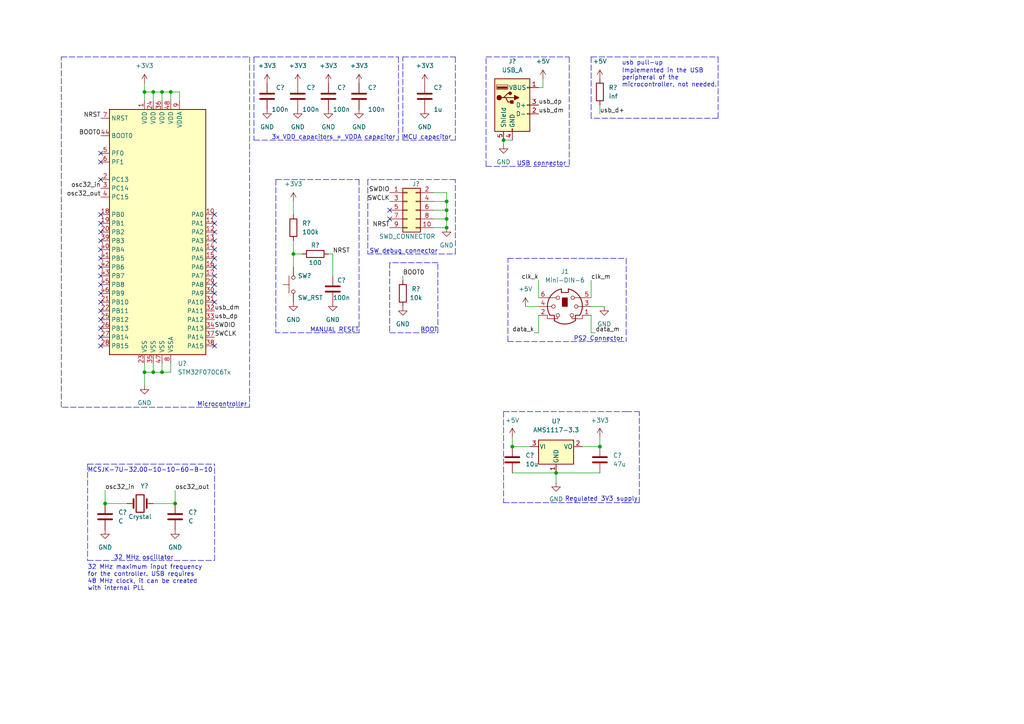
<source format=kicad_sch>
(kicad_sch (version 20211123) (generator eeschema)
  (paper "A4")
  (lib_symbols
    (symbol "Connector:Mini-DIN-6" (pin_names (offset 1.016))
      (property "Reference" "J" (at 0 6.35 0))
      (property "Value" "Mini-DIN-6" (at 0 -6.35 0))
      (symbol "Mini-DIN-6_0_1"
        (circle (center -3.302 0) (radius 0.508))
        (arc (start -3.048 -4.064) (mid 0 -5.08) (end 3.048 -4.064) (stroke (width 0.254)))
        (circle (center -2.032 -2.54) (radius 0.508))
        (circle (center -2.032 2.54) (radius 0.508))
        (arc (start -1.016 5.08) (mid -4.6228 2.1214) (end -4.318 -2.54) (stroke (width 0.254)))
        (rectangle (start -0.762 2.54) (end 0.762 0) (fill (type outline)))
        (polyline (pts (xy -3.81 0) (xy -5.08 0)))
        (polyline (pts (xy -2.54 2.54) (xy -5.08 2.54)))
        (polyline (pts (xy 2.794 2.54) (xy 5.08 2.54)))
        (polyline (pts (xy 5.08 0) (xy 3.81 0)))
        (polyline (pts (xy -4.318 -2.54) (xy -3.048 -2.54) (xy -3.048 -4.064)) (stroke (width 0.254)))
        (polyline (pts (xy 4.318 -2.54) (xy 3.048 -2.54) (xy 3.048 -4.064)) (stroke (width 0.254)))
        (polyline (pts (xy -2.032 -3.048) (xy -2.032 -3.556) (xy -5.08 -3.556) (xy -5.08 -2.54)))
        (polyline (pts (xy -1.016 5.08) (xy -1.016 4.064) (xy 1.016 4.064) (xy 1.016 5.08)) (stroke (width 0.254)))
        (polyline (pts (xy 2.032 -3.048) (xy 2.032 -3.556) (xy 5.08 -3.556) (xy 5.08 -2.54)))
        (circle (center 2.032 -2.54) (radius 0.508))
        (circle (center 2.286 2.54) (radius 0.508))
        (circle (center 3.302 0) (radius 0.508))
        (arc (start 4.318 -2.54) (mid 4.6661 2.1322) (end 1.016 5.08) (stroke (width 0.254)))
      )
      (symbol "Mini-DIN-6_1_1"
        (pin passive line (at 7.62 -2.54 180) (length 2.54) (name "~") (number "1"))
        (pin passive line (at -7.62 -2.54 0) (length 2.54) (name "~") (number "2"))
        (pin passive line (at 7.62 0 180) (length 2.54) (name "~") (number "3"))
        (pin passive line (at -7.62 0 0) (length 2.54) (name "~") (number "4"))
        (pin passive line (at 7.62 2.54 180) (length 2.54) (name "~") (number "5"))
        (pin passive line (at -7.62 2.54 0) (length 2.54) (name "~") (number "6"))
      )
    )
    (symbol "Connector:USB_A" (pin_names (offset 1.016))
      (property "Reference" "J" (at -5.08 11.43 0))
      (property "Value" "USB_A" (at -5.08 8.89 0))
      (symbol "USB_A_0_1"
        (rectangle (start -5.08 -7.62) (end 5.08 7.62) (stroke (width 0.254)) (fill (type background)))
        (circle (center -3.81 2.159) (radius 0.635) (stroke (width 0.254)) (fill (type outline)))
        (rectangle (start -1.524 4.826) (end -4.318 5.334) (fill (type outline)))
        (rectangle (start -1.27 4.572) (end -4.572 5.842))
        (circle (center -0.635 3.429) (radius 0.381) (stroke (width 0.254)) (fill (type outline)))
        (rectangle (start -0.127 -7.62) (end 0.127 -6.858))
        (polyline (pts (xy -3.175 2.159) (xy -2.54 2.159) (xy -1.27 3.429) (xy -0.635 3.429)) (stroke (width 0.254)))
        (polyline (pts (xy -2.54 2.159) (xy -1.905 2.159) (xy -1.27 0.889) (xy 0 0.889)) (stroke (width 0.254)))
        (polyline (pts (xy 0.635 2.794) (xy 0.635 1.524) (xy 1.905 2.159) (xy 0.635 2.794)) (stroke (width 0.254)) (fill (type outline)))
        (rectangle (start 0.254 1.27) (end -0.508 0.508) (stroke (width 0.254)) (fill (type outline)))
        (rectangle (start 5.08 -2.667) (end 4.318 -2.413))
        (rectangle (start 5.08 -0.127) (end 4.318 0.127))
        (rectangle (start 5.08 4.953) (end 4.318 5.207))
      )
      (symbol "USB_A_1_1"
        (polyline (pts (xy -1.905 2.159) (xy 0.635 2.159)) (stroke (width 0.254)))
        (pin power_in line (at 7.62 5.08 180) (length 2.54) (name "VBUS") (number "1"))
        (pin bidirectional line (at 7.62 -2.54 180) (length 2.54) (name "D-") (number "2"))
        (pin bidirectional line (at 7.62 0 180) (length 2.54) (name "D+") (number "3"))
        (pin power_in line (at 0 -10.16 90) (length 2.54) (name "GND") (number "4"))
        (pin passive line (at -2.54 -10.16 90) (length 2.54) (name "Shield") (number "5"))
      )
    )
    (symbol "Connector_Generic:Conn_02x05_Odd_Even" (pin_names (offset 1.016) hide)
      (property "Reference" "J" (at 1.27 7.62 0))
      (property "Value" "Conn_02x05_Odd_Even" (at 1.27 -7.62 0))
      (symbol "Conn_02x05_Odd_Even_1_1"
        (rectangle (start -1.27 -4.953) (end 0 -5.207) (stroke (width 0.1524)))
        (rectangle (start -1.27 -2.413) (end 0 -2.667) (stroke (width 0.1524)))
        (rectangle (start -1.27 0.127) (end 0 -0.127) (stroke (width 0.1524)))
        (rectangle (start -1.27 2.667) (end 0 2.413) (stroke (width 0.1524)))
        (rectangle (start -1.27 5.207) (end 0 4.953) (stroke (width 0.1524)))
        (rectangle (start -1.27 6.35) (end 3.81 -6.35) (stroke (width 0.254)) (fill (type background)))
        (rectangle (start 3.81 -4.953) (end 2.54 -5.207) (stroke (width 0.1524)))
        (rectangle (start 3.81 -2.413) (end 2.54 -2.667) (stroke (width 0.1524)))
        (rectangle (start 3.81 0.127) (end 2.54 -0.127) (stroke (width 0.1524)))
        (rectangle (start 3.81 2.667) (end 2.54 2.413) (stroke (width 0.1524)))
        (rectangle (start 3.81 5.207) (end 2.54 4.953) (stroke (width 0.1524)))
        (pin passive line (at -5.08 5.08 0) (length 3.81) (name "Pin_1") (number "1"))
        (pin passive line (at 7.62 -5.08 180) (length 3.81) (name "Pin_10") (number "10"))
        (pin passive line (at 7.62 5.08 180) (length 3.81) (name "Pin_2") (number "2"))
        (pin passive line (at -5.08 2.54 0) (length 3.81) (name "Pin_3") (number "3"))
        (pin passive line (at 7.62 2.54 180) (length 3.81) (name "Pin_4") (number "4"))
        (pin passive line (at -5.08 0 0) (length 3.81) (name "Pin_5") (number "5"))
        (pin passive line (at 7.62 0 180) (length 3.81) (name "Pin_6") (number "6"))
        (pin passive line (at -5.08 -2.54 0) (length 3.81) (name "Pin_7") (number "7"))
        (pin passive line (at 7.62 -2.54 180) (length 3.81) (name "Pin_8") (number "8"))
        (pin passive line (at -5.08 -5.08 0) (length 3.81) (name "Pin_9") (number "9"))
      )
    )
    (symbol "Device:C" (pin_numbers hide) (pin_names (offset 0.254))
      (property "Reference" "C" (at 0.635 2.54 0))
      (property "Value" "C" (at 0.635 -2.54 0))
      (symbol "C_0_1"
        (polyline (pts (xy -2.032 -0.762) (xy 2.032 -0.762)) (stroke (width 0.508)))
        (polyline (pts (xy -2.032 0.762) (xy 2.032 0.762)) (stroke (width 0.508)))
      )
      (symbol "C_1_1"
        (pin passive line (at 0 3.81 270) (length 2.794) (name "~") (number "1"))
        (pin passive line (at 0 -3.81 90) (length 2.794) (name "~") (number "2"))
      )
    )
    (symbol "Device:Crystal" (pin_numbers hide) (pin_names (offset 1.016) hide)
      (property "Reference" "Y" (at 0 3.81 0))
      (property "Value" "Crystal" (at 0 -3.81 0))
      (symbol "Crystal_0_1"
        (rectangle (start -1.143 2.54) (end 1.143 -2.54) (stroke (width 0.3048)))
        (polyline (pts (xy -2.54 0) (xy -1.905 0)))
        (polyline (pts (xy -1.905 -1.27) (xy -1.905 1.27)) (stroke (width 0.508)))
        (polyline (pts (xy 1.905 -1.27) (xy 1.905 1.27)) (stroke (width 0.508)))
        (polyline (pts (xy 2.54 0) (xy 1.905 0)))
      )
      (symbol "Crystal_1_1"
        (pin passive line (at -3.81 0 0) (length 1.27) (name "1") (number "1"))
        (pin passive line (at 3.81 0 180) (length 1.27) (name "2") (number "2"))
      )
    )
    (symbol "Device:R" (pin_numbers hide) (pin_names (offset 0))
      (property "Reference" "R" (at 2.032 0 90))
      (property "Value" "R" (at 0 0 90))
      (symbol "R_0_1"
        (rectangle (start -1.016 -2.54) (end 1.016 2.54) (stroke (width 0.254)))
      )
      (symbol "R_1_1"
        (pin passive line (at 0 3.81 270) (length 1.27) (name "~") (number "1"))
        (pin passive line (at 0 -3.81 90) (length 1.27) (name "~") (number "2"))
      )
    )
    (symbol "MCU_ST_STM32F0:STM32F070C6Tx"
      (property "Reference" "U" (at -15.24 36.83 0))
      (property "Value" "STM32F070C6Tx" (at 7.62 36.83 0))
      (symbol "STM32F070C6Tx_0_1"
        (rectangle (start -15.24 -35.56) (end 12.7 35.56) (stroke (width 0.254)) (fill (type background)))
      )
      (symbol "STM32F070C6Tx_1_1"
        (pin power_in line (at -5.08 38.1 270) (length 2.54) (name "VDD") (number "1"))
        (pin bidirectional line (at 15.24 5.08 180) (length 2.54) (name "PA0") (number "10"))
        (pin bidirectional line (at 15.24 2.54 180) (length 2.54) (name "PA1") (number "11"))
        (pin bidirectional line (at 15.24 0 180) (length 2.54) (name "PA2") (number "12"))
        (pin bidirectional line (at 15.24 -2.54 180) (length 2.54) (name "PA3") (number "13"))
        (pin bidirectional line (at 15.24 -5.08 180) (length 2.54) (name "PA4") (number "14"))
        (pin bidirectional line (at 15.24 -7.62 180) (length 2.54) (name "PA5") (number "15"))
        (pin bidirectional line (at 15.24 -10.16 180) (length 2.54) (name "PA6") (number "16"))
        (pin bidirectional line (at 15.24 -12.7 180) (length 2.54) (name "PA7") (number "17"))
        (pin bidirectional line (at -17.78 5.08 0) (length 2.54) (name "PB0") (number "18"))
        (pin bidirectional line (at -17.78 2.54 0) (length 2.54) (name "PB1") (number "19"))
        (pin bidirectional line (at -17.78 15.24 0) (length 2.54) (name "PC13") (number "2"))
        (pin bidirectional line (at -17.78 0 0) (length 2.54) (name "PB2") (number "20"))
        (pin bidirectional line (at -17.78 -20.32 0) (length 2.54) (name "PB10") (number "21"))
        (pin bidirectional line (at -17.78 -22.86 0) (length 2.54) (name "PB11") (number "22"))
        (pin power_in line (at -5.08 -38.1 90) (length 2.54) (name "VSS") (number "23"))
        (pin power_in line (at -2.54 38.1 270) (length 2.54) (name "VDD") (number "24"))
        (pin bidirectional line (at -17.78 -25.4 0) (length 2.54) (name "PB12") (number "25"))
        (pin bidirectional line (at -17.78 -27.94 0) (length 2.54) (name "PB13") (number "26"))
        (pin bidirectional line (at -17.78 -30.48 0) (length 2.54) (name "PB14") (number "27"))
        (pin bidirectional line (at -17.78 -33.02 0) (length 2.54) (name "PB15") (number "28"))
        (pin bidirectional line (at 15.24 -15.24 180) (length 2.54) (name "PA8") (number "29"))
        (pin bidirectional line (at -17.78 12.7 0) (length 2.54) (name "PC14") (number "3"))
        (pin bidirectional line (at 15.24 -17.78 180) (length 2.54) (name "PA9") (number "30"))
        (pin bidirectional line (at 15.24 -20.32 180) (length 2.54) (name "PA10") (number "31"))
        (pin bidirectional line (at 15.24 -22.86 180) (length 2.54) (name "PA11") (number "32"))
        (pin bidirectional line (at 15.24 -25.4 180) (length 2.54) (name "PA12") (number "33"))
        (pin bidirectional line (at 15.24 -27.94 180) (length 2.54) (name "PA13") (number "34"))
        (pin power_in line (at -2.54 -38.1 90) (length 2.54) (name "VSS") (number "35"))
        (pin power_in line (at 0 38.1 270) (length 2.54) (name "VDD") (number "36"))
        (pin bidirectional line (at 15.24 -30.48 180) (length 2.54) (name "PA14") (number "37"))
        (pin bidirectional line (at 15.24 -33.02 180) (length 2.54) (name "PA15") (number "38"))
        (pin bidirectional line (at -17.78 -2.54 0) (length 2.54) (name "PB3") (number "39"))
        (pin bidirectional line (at -17.78 10.16 0) (length 2.54) (name "PC15") (number "4"))
        (pin bidirectional line (at -17.78 -5.08 0) (length 2.54) (name "PB4") (number "40"))
        (pin bidirectional line (at -17.78 -7.62 0) (length 2.54) (name "PB5") (number "41"))
        (pin bidirectional line (at -17.78 -10.16 0) (length 2.54) (name "PB6") (number "42"))
        (pin bidirectional line (at -17.78 -12.7 0) (length 2.54) (name "PB7") (number "43"))
        (pin input line (at -17.78 27.94 0) (length 2.54) (name "BOOT0") (number "44"))
        (pin bidirectional line (at -17.78 -15.24 0) (length 2.54) (name "PB8") (number "45"))
        (pin bidirectional line (at -17.78 -17.78 0) (length 2.54) (name "PB9") (number "46"))
        (pin power_in line (at 0 -38.1 90) (length 2.54) (name "VSS") (number "47"))
        (pin power_in line (at 2.54 38.1 270) (length 2.54) (name "VDD") (number "48"))
        (pin input line (at -17.78 22.86 0) (length 2.54) (name "PF0") (number "5"))
        (pin input line (at -17.78 20.32 0) (length 2.54) (name "PF1") (number "6"))
        (pin input line (at -17.78 33.02 0) (length 2.54) (name "NRST") (number "7"))
        (pin power_in line (at 2.54 -38.1 90) (length 2.54) (name "VSSA") (number "8"))
        (pin power_in line (at 5.08 38.1 270) (length 2.54) (name "VDDA") (number "9"))
      )
    )
    (symbol "Regulator_Linear:AMS1117-3.3" (pin_names (offset 0.254))
      (property "Reference" "U" (at -3.81 3.175 0))
      (property "Value" "AMS1117-3.3" (at 0 3.175 0))
      (symbol "AMS1117-3.3_0_1"
        (rectangle (start -5.08 -5.08) (end 5.08 1.905) (stroke (width 0.254)) (fill (type background)))
      )
      (symbol "AMS1117-3.3_1_1"
        (pin power_in line (at 0 -7.62 90) (length 2.54) (name "GND") (number "1"))
        (pin power_out line (at 7.62 0 180) (length 2.54) (name "VO") (number "2"))
        (pin power_in line (at -7.62 0 0) (length 2.54) (name "VI") (number "3"))
      )
    )
    (symbol "Switch:SW_Push" (pin_numbers hide) (pin_names (offset 1.016) hide)
      (property "Reference" "SW" (at 1.27 2.54 0))
      (property "Value" "SW_Push" (at 0 -1.524 0))
      (symbol "SW_Push_0_1"
        (circle (center -2.032 0) (radius 0.508))
        (polyline (pts (xy 0 1.27) (xy 0 3.048)))
        (polyline (pts (xy 2.54 1.27) (xy -2.54 1.27)))
        (circle (center 2.032 0) (radius 0.508))
        (pin passive line (at -5.08 0 0) (length 2.54) (name "1") (number "1"))
        (pin passive line (at 5.08 0 180) (length 2.54) (name "2") (number "2"))
      )
    )
    (symbol "power:+3V3" (power) (pin_names (offset 0))
      (property "Value" "+3V3" (at 0 3.556 0))
      (symbol "+3V3_0_1"
        (polyline (pts (xy -0.762 1.27) (xy 0 2.54)))
        (polyline (pts (xy 0 0) (xy 0 2.54)))
        (polyline (pts (xy 0 2.54) (xy 0.762 1.27)))
      )
      (symbol "+3V3_1_1"
        (pin power_in line (at 0 0 90) (length 0) hide (name "+3V3") (number "1"))
      )
    )
    (symbol "power:+5V" (power) (pin_names (offset 0))
      (property "Value" "+5V" (at 0 3.556 0))
      (symbol "+5V_0_1"
        (polyline (pts (xy -0.762 1.27) (xy 0 2.54)))
        (polyline (pts (xy 0 0) (xy 0 2.54)))
        (polyline (pts (xy 0 2.54) (xy 0.762 1.27)))
      )
      (symbol "+5V_1_1"
        (pin power_in line (at 0 0 90) (length 0) hide (name "+5V") (number "1"))
      )
    )
    (symbol "power:GND" (power) (pin_names (offset 0))
      (property "Value" "GND" (at 0 -3.81 0))
      (symbol "GND_0_1"
        (polyline (pts (xy 0 0) (xy 0 -1.27) (xy 1.27 -1.27) (xy 0 -2.54) (xy -1.27 -1.27) (xy 0 -1.27)))
      )
      (symbol "GND_1_1"
        (pin power_in line (at 0 0 270) (length 0) hide (name "GND") (number "1"))
      )
    )
  )
  (junction (at 129.54 66.04))
  (junction (at 146.05 40.64))
  (junction (at 50.8 146.05))
  (junction (at 129.54 60.96))
  (junction (at 161.29 137.16))
  (junction (at 41.91 26.67))
  (junction (at 49.53 26.67))
  (junction (at 30.48 146.05))
  (junction (at 44.45 26.67))
  (junction (at 173.99 129.54))
  (junction (at 85.09 73.66))
  (junction (at 148.59 129.54))
  (junction (at 129.54 63.5))
  (junction (at 44.45 107.95))
  (junction (at 129.54 58.42))
  (junction (at 46.99 107.95))
  (junction (at 46.99 26.67))
  (junction (at 41.91 107.95))
  (no_connect (at 29.21 62.23))
  (no_connect (at 29.21 87.63))
  (no_connect (at 29.21 46.99))
  (no_connect (at 62.23 87.63))
  (no_connect (at 62.23 69.85))
  (no_connect (at 29.21 64.77))
  (no_connect (at 29.21 74.93))
  (no_connect (at 62.23 62.23))
  (no_connect (at 62.23 67.31))
  (no_connect (at 29.21 67.31))
  (no_connect (at 62.23 74.93))
  (no_connect (at 29.21 100.33))
  (no_connect (at 29.21 69.85))
  (no_connect (at 113.03 60.96))
  (no_connect (at 62.23 82.55))
  (no_connect (at 62.23 64.77))
  (no_connect (at 62.23 72.39))
  (no_connect (at 62.23 100.33))
  (no_connect (at 29.21 52.07))
  (no_connect (at 29.21 82.55))
  (no_connect (at 29.21 95.25))
  (no_connect (at 113.03 63.5))
  (no_connect (at 29.21 85.09))
  (no_connect (at 29.21 44.45))
  (no_connect (at 29.21 80.01))
  (no_connect (at 29.21 77.47))
  (no_connect (at 62.23 80.01))
  (no_connect (at 62.23 85.09))
  (no_connect (at 29.21 92.71))
  (no_connect (at 29.21 72.39))
  (no_connect (at 62.23 77.47))
  (no_connect (at 29.21 90.17))
  (no_connect (at 29.21 97.79))
  (wire (pts (xy 146.05 40.64) (xy 148.59 40.64)))
  (polyline (pts (xy 147.32 99.06) (xy 181.61 99.06)))
  (wire (pts (xy 129.54 58.42) (xy 125.73 58.42)))
  (polyline (pts (xy 181.61 119.38) (xy 185.42 119.38)))
  (wire (pts (xy 52.07 26.67) (xy 52.07 29.21)))
  (polyline (pts (xy 104.14 52.07) (xy 104.14 96.52)))
  (wire (pts (xy 129.54 60.96) (xy 129.54 58.42)))
  (polyline (pts (xy 208.28 34.29) (xy 171.45 34.29)))
  (wire (pts (xy 129.54 60.96) (xy 125.73 60.96)))
  (polyline (pts (xy 146.05 119.38) (xy 181.61 119.38)))
  (wire (pts (xy 49.53 26.67) (xy 49.53 29.21)))
  (polyline (pts (xy 25.4 134.62) (xy 62.23 134.62)))
  (wire (pts (xy 95.25 73.66) (xy 96.52 73.66)))
  (wire (pts (xy 129.54 58.42) (xy 129.54 55.88)))
  (polyline (pts (xy 132.08 16.51) (xy 132.08 40.64)))
  (polyline (pts (xy 147.32 74.93) (xy 181.61 74.93)))
  (wire (pts (xy 30.48 146.05) (xy 36.83 146.05)))
  (polyline (pts (xy 116.84 16.51) (xy 132.08 16.51)))
  (polyline (pts (xy 72.39 16.51) (xy 72.39 118.11)))
  (wire (pts (xy 49.53 26.67) (xy 52.07 26.67)))
  (polyline (pts (xy 171.45 16.51) (xy 208.28 16.51)))
  (wire (pts (xy 173.99 30.48) (xy 173.99 33.02)))
  (wire (pts (xy 161.29 137.16) (xy 161.29 139.954)))
  (wire (pts (xy 46.99 105.41) (xy 46.99 107.95)))
  (wire (pts (xy 85.09 58.42) (xy 85.09 62.23)))
  (polyline (pts (xy 113.03 76.2) (xy 113.03 96.52)))
  (wire (pts (xy 49.53 107.95) (xy 49.53 105.41)))
  (polyline (pts (xy 146.05 119.38) (xy 146.05 145.796)))
  (polyline (pts (xy 106.68 73.66) (xy 132.08 73.66)))
  (wire (pts (xy 116.84 80.01) (xy 116.84 81.28)))
  (wire (pts (xy 148.59 129.54) (xy 153.67 129.54)))
  (polyline (pts (xy 132.08 73.66) (xy 132.08 52.07)))
  (polyline (pts (xy 181.61 74.93) (xy 181.61 99.06)))
  (polyline (pts (xy 132.08 52.07) (xy 106.68 52.07)))
  (wire (pts (xy 41.91 107.95) (xy 41.91 111.76)))
  (polyline (pts (xy 140.97 16.51) (xy 165.1 16.51)))
  (polyline (pts (xy 116.84 40.64) (xy 116.84 16.51)))
  (polyline (pts (xy 115.57 39.37) (xy 115.57 40.64)))
  (wire (pts (xy 156.21 96.52) (xy 156.21 91.44)))
  (polyline (pts (xy 127 96.52) (xy 127 76.2)))
  (wire (pts (xy 30.48 142.24) (xy 30.48 146.05)))
  (polyline (pts (xy 127 76.2) (xy 113.03 76.2)))
  (polyline (pts (xy 181.61 145.796) (xy 185.42 145.796)))
  (polyline (pts (xy 25.4 162.56) (xy 62.23 162.56)))
  (polyline (pts (xy 171.45 16.51) (xy 171.45 34.29)))
  (wire (pts (xy 44.45 26.67) (xy 46.99 26.67)))
  (polyline (pts (xy 25.4 134.62) (xy 25.4 162.56)))
  (polyline (pts (xy 62.23 162.56) (xy 62.23 134.62)))
  (wire (pts (xy 96.52 80.01) (xy 96.52 73.66)))
  (wire (pts (xy 129.54 66.04) (xy 129.54 63.5)))
  (wire (pts (xy 41.91 26.67) (xy 44.45 26.67)))
  (wire (pts (xy 41.91 105.41) (xy 41.91 107.95)))
  (wire (pts (xy 129.54 63.5) (xy 125.73 63.5)))
  (wire (pts (xy 171.45 81.28) (xy 171.45 86.36)))
  (wire (pts (xy 85.09 69.85) (xy 85.09 73.66)))
  (wire (pts (xy 173.99 126.746) (xy 173.99 129.54)))
  (wire (pts (xy 154.94 96.52) (xy 156.21 96.52)))
  (polyline (pts (xy 208.28 16.51) (xy 208.28 34.29)))
  (polyline (pts (xy 17.78 16.51) (xy 72.39 16.51)))
  (polyline (pts (xy 146.05 145.796) (xy 181.61 145.796)))
  (wire (pts (xy 44.45 146.05) (xy 50.8 146.05)))
  (wire (pts (xy 156.21 81.28) (xy 156.21 86.36)))
  (wire (pts (xy 129.54 66.04) (xy 125.73 66.04)))
  (wire (pts (xy 41.91 107.95) (xy 44.45 107.95)))
  (polyline (pts (xy 73.66 16.51) (xy 115.57 16.51)))
  (wire (pts (xy 168.91 129.54) (xy 173.99 129.54)))
  (wire (pts (xy 171.45 88.9) (xy 175.26 88.9)))
  (wire (pts (xy 46.99 107.95) (xy 49.53 107.95)))
  (polyline (pts (xy 140.97 48.26) (xy 165.1 48.26)))
  (wire (pts (xy 148.59 137.16) (xy 161.29 137.16)))
  (polyline (pts (xy 73.66 16.51) (xy 73.66 40.64)))
  (polyline (pts (xy 80.01 52.07) (xy 80.01 96.52)))
  (polyline (pts (xy 113.03 96.52) (xy 127 96.52)))
  (wire (pts (xy 41.91 24.13) (xy 41.91 26.67)))
  (wire (pts (xy 46.99 26.67) (xy 46.99 29.21)))
  (wire (pts (xy 46.99 26.67) (xy 49.53 26.67)))
  (wire (pts (xy 148.59 126.746) (xy 148.59 129.54)))
  (polyline (pts (xy 116.84 40.64) (xy 132.08 40.64)))
  (polyline (pts (xy 185.42 145.796) (xy 185.42 119.38)))
  (wire (pts (xy 161.29 137.16) (xy 173.99 137.16)))
  (wire (pts (xy 157.48 22.86) (xy 157.48 25.4)))
  (wire (pts (xy 156.21 25.4) (xy 157.48 25.4)))
  (wire (pts (xy 171.45 96.52) (xy 171.45 91.44)))
  (polyline (pts (xy 115.57 16.51) (xy 115.57 39.37)))
  (wire (pts (xy 172.72 96.52) (xy 171.45 96.52)))
  (wire (pts (xy 85.09 73.66) (xy 85.09 77.47)))
  (wire (pts (xy 152.4 88.9) (xy 156.21 88.9)))
  (polyline (pts (xy 165.1 16.51) (xy 165.1 48.26)))
  (polyline (pts (xy 140.97 48.26) (xy 140.97 16.51)))
  (wire (pts (xy 41.91 26.67) (xy 41.91 29.21)))
  (wire (pts (xy 44.45 105.41) (xy 44.45 107.95)))
  (polyline (pts (xy 147.32 99.06) (xy 147.32 74.93)))
  (polyline (pts (xy 80.01 52.07) (xy 104.14 52.07)))
  (wire (pts (xy 44.45 26.67) (xy 44.45 29.21)))
  (wire (pts (xy 50.8 142.24) (xy 50.8 146.05)))
  (polyline (pts (xy 17.78 118.11) (xy 17.78 16.51)))
  (polyline (pts (xy 104.14 96.52) (xy 80.01 96.52)))
  (wire (pts (xy 146.05 40.64) (xy 146.05 41.91)))
  (wire (pts (xy 44.45 107.95) (xy 46.99 107.95)))
  (polyline (pts (xy 106.68 52.07) (xy 106.68 73.66)))
  (polyline (pts (xy 72.39 118.11) (xy 17.78 118.11)))
  (wire (pts (xy 129.54 63.5) (xy 129.54 60.96)))
  (polyline (pts (xy 73.66 40.64) (xy 115.57 40.64)))
  (wire (pts (xy 85.09 73.66) (xy 87.63 73.66)))
  (wire (pts (xy 129.54 55.88) (xy 125.73 55.88)))
  (text "Implemented in the USB \nperipheral of the \nmicrocontroller, not needed." (at 180.34 25.4 0) (effects (font (size 1.27 1.27)) (justify left bottom)))
  (text "USB connector" (at 149.86 48.26 0) (effects (font (size 1.27 1.27)) (justify left bottom)))
  (text "PS2 Connector" (at 166.37 99.06 0) (effects (font (size 1.27 1.27)) (justify left bottom)))
  (text "MCSJK-7U-32.00-10-10-60-B-10" (at 25.4 137.16 0) (effects (font (size 1.27 1.27)) (justify left bottom)))
  (text "3x VDD capacitors + VDDA capacitor" (at 78.74 40.64 0) (effects (font (size 1.27 1.27)) (justify left bottom)))
  (text "SW debug connector\n" (at 127 73.66 180) (effects (font (size 1.27 1.27)) (justify right bottom)))
  (text "MCU capacitor\n" (at 116.84 40.64 0) (effects (font (size 1.27 1.27)) (justify left bottom)))
  (text "32 MHz oscillator" (at 33.02 162.56 0) (effects (font (size 1.27 1.27)) (justify left bottom)))
  (text "BOOT" (at 127 96.52 180) (effects (font (size 1.27 1.27)) (justify right bottom)))
  (text "usb pull-up" (at 180.34 19.05 0) (effects (font (size 1.27 1.27)) (justify left bottom)))
  (text "32 MHz maximum input frequency\nfor the controller. USB requires \n48 MHz clock, it can be created \nwith internal PLL" (at 25.4 171.45 0) (effects (font (size 1.27 1.27)) (justify left bottom)))
  (text "MANUAL RESET" (at 104.14 96.52 180) (effects (font (size 1.27 1.27)) (justify right bottom)))
  (text "Regulated 3V3 supply" (at 163.83 145.542 0) (effects (font (size 1.27 1.27)) (justify left bottom)))
  (text "Microcontroller" (at 57.15 118.11 0) (effects (font (size 1.27 1.27)) (justify left bottom)))
  (label "usb_dm" (at 62.23 90.17 0))
  (label "osc32_out" (at 50.8 142.24 0))
  (label "BOOT0" (at 29.21 39.37 180))
  (label "data_m" (at 172.72 96.52 0))
  (label "NRST" (at 29.21 34.29 180))
  (label "osc32_out" (at 29.21 57.15 180))
  (label "usb_d+" (at 173.99 33.02 0))
  (label "usb_dp" (at 156.21 30.48 0))
  (label "clk_k" (at 156.21 81.28 180))
  (label "clk_m" (at 171.45 81.28 0))
  (label "usb_dm" (at 156.21 33.02 0))
  (label "usb_dp" (at 62.23 92.71 0))
  (label "SWCLK" (at 113.03 58.42 180))
  (label "osc32_in" (at 29.21 54.61 180))
  (label "SWDIO" (at 62.23 95.25 0))
  (label "BOOT0" (at 116.84 80.01 0))
  (label "NRST" (at 96.52 73.66 0))
  (label "SWDIO" (at 113.03 55.88 180))
  (label "osc32_in" (at 30.48 142.24 0))
  (label "NRST" (at 113.03 66.04 180))
  (label "data_k" (at 154.94 96.52 180))
  (label "SWCLK" (at 62.23 97.79 0))
  (symbol (lib_id "Device:R") (at 116.84 85.09 180) (unit 1)
    (property "Reference" "R?" (at 120.65 83.82 0))
    (property "Value" "10k" (at 120.65 86.36 0))
    (property "Footprint" "Resistor_SMD:R_0805_2012Metric_Pad1.20x1.40mm_HandSolder" (effects hide))
  )
  (symbol (lib_id "power:+3V3") (at 85.09 58.42 0) (unit 1)
    (property "Reference" "#PWR?" (effects hide))
    (property "Value" "+3V3" (at 85.09 53.34 0))
  )
  (symbol (lib_id "power:GND") (at 161.29 139.954 0) (unit 1)
    (property "Reference" "#PWR?" (effects hide))
    (property "Value" "GND" (at 161.29 144.78 0))
  )
  (symbol (lib_id "power:+3V3") (at 173.99 126.746 0) (unit 1)
    (property "Reference" "#PWR?" (effects hide))
    (property "Value" "+3V3" (at 173.99 121.92 0))
  )
  (symbol (lib_id "power:GND") (at 77.47 31.75 0) (unit 1)
    (property "Reference" "#PWR?" (effects hide))
    (property "Value" "GND" (at 77.47 36.83 0))
  )
  (symbol (lib_id "power:GND") (at 175.26 88.9 0) (unit 1)
    (property "Reference" "#PWR0101" (effects hide))
    (property "Value" "GND" (at 175.26 93.98 0))
  )
  (symbol (lib_id "Device:R") (at 173.99 26.67 0) (unit 1)
    (property "Reference" "R?" (at 176.53 25.3999 0) (effects (justify left)))
    (property "Value" "inf" (at 176.53 27.9399 0) (effects (justify left)))
  )
  (symbol (lib_id "power:GND") (at 116.84 88.9 0) (unit 1)
    (property "Reference" "#PWR?" (effects hide))
    (property "Value" "GND" (at 116.84 93.98 0))
  )
  (symbol (lib_id "power:GND") (at 95.25 31.75 0) (unit 1)
    (property "Reference" "#PWR?" (effects hide))
    (property "Value" "GND" (at 95.25 36.83 0))
  )
  (symbol (lib_id "power:+3V3") (at 123.19 24.13 0) (unit 1)
    (property "Reference" "#PWR?" (effects hide))
    (property "Value" "+3V3" (at 123.19 19.05 0))
  )
  (symbol (lib_id "Device:C") (at 50.8 149.86 0) (unit 1)
    (property "Reference" "C?" (at 54.61 148.5899 0) (effects (justify left)))
    (property "Value" "C" (at 54.61 151.1299 0) (effects (justify left)))
  )
  (symbol (lib_id "Regulator_Linear:AMS1117-3.3") (at 161.29 129.54 0) (unit 1)
    (property "Reference" "U?" (at 161.29 122.174 0))
    (property "Value" "AMS1117-3.3" (at 161.29 124.714 0))
    (property "Footprint" "Package_TO_SOT_SMD:SOT-223-3_TabPin2" (effects hide))
    (property "Datasheet" "http://www.advanced-monolithic.com/pdf/ds1117.pdf" (effects hide))
  )
  (symbol (lib_id "power:+3V3") (at 104.14 24.13 0) (unit 1)
    (property "Reference" "#PWR?" (effects hide))
    (property "Value" "+3V3" (at 104.14 19.05 0))
  )
  (symbol (lib_id "power:GND") (at 50.8 153.67 0) (unit 1)
    (property "Reference" "#PWR?" (effects hide))
    (property "Value" "GND" (at 50.8 158.75 0))
  )
  (symbol (lib_id "power:GND") (at 96.52 87.63 0) (unit 1)
    (property "Reference" "#PWR?" (effects hide))
    (property "Value" "GND" (at 96.52 92.71 0))
  )
  (symbol (lib_id "power:GND") (at 123.19 31.75 0) (unit 1)
    (property "Reference" "#PWR?" (effects hide))
    (property "Value" "GND" (at 123.19 36.83 0))
  )
  (symbol (lib_id "power:+5V") (at 157.48 22.86 0) (unit 1)
    (property "Reference" "#PWR?" (effects hide))
    (property "Value" "+5V" (at 157.48 17.78 0))
  )
  (symbol (lib_id "power:+5V") (at 152.4 88.9 0) (unit 1)
    (property "Reference" "#PWR0102" (effects hide))
    (property "Value" "+5V" (at 152.4 83.82 0))
  )
  (symbol (lib_id "power:+3V3") (at 41.91 24.13 0) (unit 1)
    (property "Reference" "#PWR?" (effects hide))
    (property "Value" "+3V3" (at 41.91 19.05 0))
  )
  (symbol (lib_id "Device:R") (at 91.44 73.66 90) (unit 1)
    (property "Reference" "R?" (at 91.44 71.12 90))
    (property "Value" "100" (at 91.44 76.2 90))
    (property "Footprint" "Resistor_SMD:R_0805_2012Metric_Pad1.20x1.40mm_HandSolder" (effects hide))
  )
  (symbol (lib_id "Device:C") (at 77.47 27.94 0) (unit 1)
    (property "Reference" "C?" (at 80.01 25.4 0) (effects (justify left)))
    (property "Value" "100n" (at 78.74 31.75 0) (effects (justify left)))
    (property "Footprint" "Capacitor_SMD:C_0805_2012Metric_Pad1.18x1.45mm_HandSolder" (effects hide))
  )
  (symbol (lib_id "power:GND") (at 146.05 41.91 0) (unit 1)
    (property "Reference" "#PWR?" (effects hide))
    (property "Value" "GND" (at 146.05 46.99 0))
  )
  (symbol (lib_id "power:GND") (at 41.91 111.76 0) (unit 1)
    (property "Reference" "#PWR?" (effects hide))
    (property "Value" "GND" (at 41.91 116.84 0))
  )
  (symbol (lib_id "power:+3V3") (at 95.25 24.13 0) (unit 1)
    (property "Reference" "#PWR?" (effects hide))
    (property "Value" "+3V3" (at 95.25 19.05 0))
  )
  (symbol (lib_id "Device:C") (at 96.52 83.82 0) (unit 1)
    (property "Reference" "C?" (at 99.06 81.28 0))
    (property "Value" "100n" (at 99.06 86.36 0))
    (property "Footprint" "Capacitor_SMD:C_0805_2012Metric_Pad1.18x1.45mm_HandSolder" (effects hide))
  )
  (symbol (lib_id "power:+5V") (at 148.59 126.746 0) (unit 1)
    (property "Reference" "#PWR?" (effects hide))
    (property "Value" "+5V" (at 148.59 121.92 0))
  )
  (symbol (lib_id "power:+5V") (at 173.99 22.86 0) (unit 1)
    (property "Reference" "#PWR?" (effects hide))
    (property "Value" "+5V" (at 173.99 17.78 0))
  )
  (symbol (lib_id "Device:C") (at 86.36 27.94 0) (unit 1)
    (property "Reference" "C?" (at 88.9 25.4 0) (effects (justify left)))
    (property "Value" "100n" (at 87.63 31.75 0) (effects (justify left)))
    (property "Footprint" "Capacitor_SMD:C_0805_2012Metric_Pad1.18x1.45mm_HandSolder" (effects hide))
  )
  (symbol (lib_id "power:GND") (at 104.14 31.75 0) (unit 1)
    (property "Reference" "#PWR?" (effects hide))
    (property "Value" "GND" (at 104.14 36.83 0))
  )
  (symbol (lib_id "power:GND") (at 129.54 66.04 0) (unit 1)
    (property "Reference" "#PWR?" (effects hide))
    (property "Value" "GND" (at 129.54 71.12 0))
  )
  (symbol (lib_id "MCU_ST_STM32F0:STM32F070C6Tx") (at 46.99 67.31 0) (unit 1)
    (property "Reference" "U?" (at 51.5494 105.41 0) (effects (justify left)))
    (property "Value" "STM32F070C6Tx" (at 51.5494 107.95 0) (effects (justify left)))
    (property "Footprint" "Package_QFP:LQFP-48_7x7mm_P0.5mm" (effects hide))
    (property "Datasheet" "http://www.st.com/st-web-ui/static/active/en/resource/technical/document/datasheet/DM00141386.pdf" (effects hide))
  )
  (symbol (lib_id "Device:C") (at 148.59 133.35 0) (unit 1)
    (property "Reference" "C?" (at 152.4 132.0799 0) (effects (justify left)))
    (property "Value" "10u" (at 152.4 134.6199 0) (effects (justify left)))
    (property "Footprint" "Capacitor_SMD:C_0805_2012Metric_Pad1.18x1.45mm_HandSolder" (effects hide))
  )
  (symbol (lib_id "Device:R") (at 85.09 66.04 0) (unit 1)
    (property "Reference" "R?" (at 87.63 64.7699 0) (effects (justify left)))
    (property "Value" "100k" (at 87.63 67.3099 0) (effects (justify left)))
    (property "Footprint" "Resistor_SMD:R_0805_2012Metric_Pad1.20x1.40mm_HandSolder" (effects hide))
  )
  (symbol (lib_id "Device:C") (at 123.19 27.94 0) (unit 1)
    (property "Reference" "C?" (at 125.73 25.4 0) (effects (justify left)))
    (property "Value" "1u" (at 125.73 31.75 0) (effects (justify left)))
    (property "Footprint" "Capacitor_SMD:C_0805_2012Metric_Pad1.18x1.45mm_HandSolder" (effects hide))
  )
  (symbol (lib_id "Device:C") (at 104.14 27.94 0) (unit 1)
    (property "Reference" "C?" (at 106.68 25.4 0) (effects (justify left)))
    (property "Value" "100n" (at 106.68 31.75 0) (effects (justify left)))
    (property "Footprint" "Capacitor_SMD:C_0805_2012Metric_Pad1.18x1.45mm_HandSolder" (effects hide))
  )
  (symbol (lib_id "Connector_Generic:Conn_02x05_Odd_Even") (at 118.11 60.96 0) (unit 1)
    (property "Reference" "J?" (at 120.65 53.34 0))
    (property "Value" "SWD_CONNECTOR" (at 118.11 68.58 0))
    (property "Footprint" "Connector_PinHeader_2.54mm:PinHeader_2x05_P2.54mm_Vertical" (effects hide))
  )
  (symbol (lib_id "Connector:Mini-DIN-6") (at 163.83 88.9 0) (unit 1)
    (property "Reference" "J1" (at 163.8477 78.74 0))
    (property "Value" "Mini-DIN-6" (at 163.8477 81.28 0))
    (property "Datasheet" "http://service.powerdynamics.com/ec/Catalog17/Section%2011.pdf" (effects hide))
  )
  (symbol (lib_id "power:+3V3") (at 77.47 24.13 0) (unit 1)
    (property "Reference" "#PWR?" (effects hide))
    (property "Value" "+3V3" (at 77.47 19.05 0))
  )
  (symbol (lib_id "power:GND") (at 30.48 153.67 0) (unit 1)
    (property "Reference" "#PWR?" (effects hide))
    (property "Value" "GND" (at 30.48 158.75 0))
  )
  (symbol (lib_id "Switch:SW_Push") (at 85.09 82.55 90) (unit 1)
    (property "Reference" "SW?" (at 86.36 80.01 90) (effects (justify right)))
    (property "Value" "SW_RST" (at 86.36 86.36 90) (effects (justify right)))
    (property "Footprint" "Button_Switch_SMD:SW_Push_1P1T_NO_6x6mm_H9.5mm" (effects hide))
  )
  (symbol (lib_id "power:GND") (at 85.09 87.63 0) (unit 1)
    (property "Reference" "#PWR?" (effects hide))
    (property "Value" "GND" (at 85.09 92.71 0))
  )
  (symbol (lib_id "power:GND") (at 86.36 31.75 0) (unit 1)
    (property "Reference" "#PWR?" (effects hide))
    (property "Value" "GND" (at 86.36 36.83 0))
  )
  (symbol (lib_id "Connector:USB_A") (at 148.59 30.48 0) (unit 1)
    (property "Reference" "J?" (at 148.59 17.78 0))
    (property "Value" "USB_A" (at 148.59 20.32 0))
    (property "Datasheet" " ~" (effects hide))
  )
  (symbol (lib_id "Device:C") (at 173.99 133.35 0) (unit 1)
    (property "Reference" "C?" (at 177.8 132.0799 0) (effects (justify left)))
    (property "Value" "47u" (at 177.8 134.6199 0) (effects (justify left)))
    (property "Footprint" "Capacitor_SMD:C_0805_2012Metric_Pad1.18x1.45mm_HandSolder" (effects hide))
  )
  (symbol (lib_id "Device:C") (at 30.48 149.86 0) (unit 1)
    (property "Reference" "C?" (at 34.29 148.5899 0) (effects (justify left)))
    (property "Value" "C" (at 34.29 151.1299 0) (effects (justify left)))
  )
  (symbol (lib_id "Device:C") (at 95.25 27.94 0) (unit 1)
    (property "Reference" "C?" (at 97.79 25.4 0) (effects (justify left)))
    (property "Value" "100n" (at 96.52 31.75 0) (effects (justify left)))
    (property "Footprint" "Capacitor_SMD:C_0805_2012Metric_Pad1.18x1.45mm_HandSolder" (effects hide))
  )
  (symbol (lib_id "Device:Crystal") (at 40.64 146.05 0) (unit 1)
    (property "Reference" "Y?" (at 41.91 140.97 0))
    (property "Value" "Crystal" (at 40.64 149.86 0))
  )
  (symbol (lib_id "power:+3V3") (at 86.36 24.13 0) (unit 1)
    (property "Reference" "#PWR?" (effects hide))
    (property "Value" "+3V3" (at 86.36 19.05 0))
  )
)
</source>
